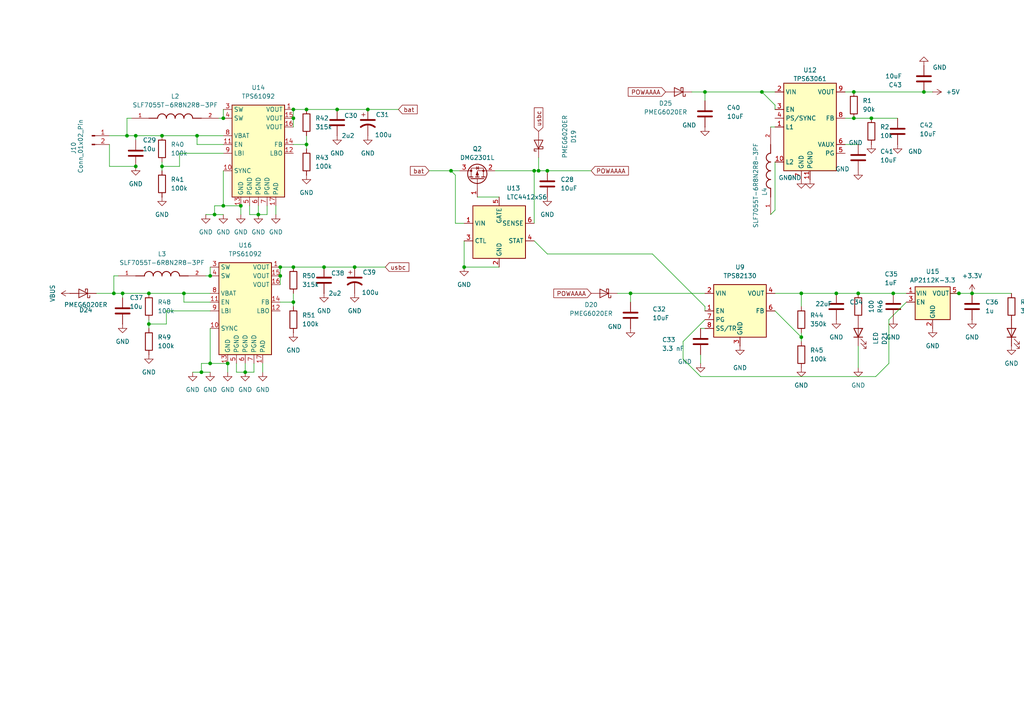
<source format=kicad_sch>
(kicad_sch (version 20250114) (generator "eeschema") (generator_version "9.0")
  (paper "A4")
  (lib_symbols
    (symbol "Connector:Conn_01x02_Pin" (pin_names (offset 1.016) (hide yes))
      (property "Reference" "J" (at 0 2.54 0))
      (property "Value" "Conn_01x02_Pin" (at 0 -5.08 0))
      (symbol "Conn_01x02_Pin_1_1"
        (rectangle (start 0.8636 0.127) (end 0 -0.127) (stroke (width 0.1524)) (fill (type outline)))
        (rectangle (start 0.8636 -2.413) (end 0 -2.667) (stroke (width 0.1524)) (fill (type outline)))
        (polyline (pts (xy 1.27 0) (xy 0.8636 0)) (stroke (width 0.1524)))
        (polyline (pts (xy 1.27 -2.54) (xy 0.8636 -2.54)) (stroke (width 0.1524)))
        (pin passive line (at 5.08 0 180) (length 3.81) (name "Pin_1") (number "1"))
        (pin passive line (at 5.08 -2.54 180) (length 3.81) (name "Pin_2") (number "2"))
      )
    )
    (symbol "Device:C" (pin_numbers (hide yes)) (pin_names (offset 0.254))
      (property "Reference" "C" (at 0.635 2.54 0))
      (property "Value" "C" (at 0.635 -2.54 0))
      (symbol "C_0_1"
        (polyline (pts (xy -2.032 0.762) (xy 2.032 0.762)) (stroke (width 0.508)))
        (polyline (pts (xy -2.032 -0.762) (xy 2.032 -0.762)) (stroke (width 0.508)))
      )
      (symbol "C_1_1"
        (pin passive line (at 0 3.81 270) (length 2.794) (name "~") (number "1"))
        (pin passive line (at 0 -3.81 90) (length 2.794) (name "~") (number "2"))
      )
    )
    (symbol "Device:C_Polarized_US" (pin_numbers (hide yes)) (pin_names (offset 0.254) (hide yes))
      (property "Reference" "C" (at 0.635 2.54 0))
      (property "Value" "C_Polarized_US" (at 0.635 -2.54 0))
      (symbol "C_Polarized_US_0_1"
        (polyline (pts (xy -2.032 0.762) (xy 2.032 0.762)) (stroke (width 0.508)))
        (polyline (pts (xy -1.778 2.286) (xy -0.762 2.286)))
        (polyline (pts (xy -1.27 1.778) (xy -1.27 2.794)))
        (arc (start -2.032 -1.27) (mid 0 -0.5572) (end 2.032 -1.27) (stroke (width 0.508)))
      )
      (symbol "C_Polarized_US_1_1"
        (pin passive line (at 0 3.81 270) (length 2.794) (name "~") (number "1"))
        (pin passive line (at 0 -3.81 90) (length 3.302) (name "~") (number "2"))
      )
    )
    (symbol "Device:LED" (pin_numbers (hide yes)) (pin_names (offset 1.016) (hide yes))
      (property "Reference" "D" (at 0 2.54 0))
      (property "Value" "LED" (at 0 -2.54 0))
      (symbol "LED_0_1"
        (polyline (pts (xy -3.048 -0.762) (xy -4.572 -2.286) (xy -3.81 -2.286) (xy -4.572 -2.286) (xy -4.572 -1.524)))
        (polyline (pts (xy -1.778 -0.762) (xy -3.302 -2.286) (xy -2.54 -2.286) (xy -3.302 -2.286) (xy -3.302 -1.524)))
        (polyline (pts (xy -1.27 0) (xy 1.27 0)))
        (polyline (pts (xy -1.27 -1.27) (xy -1.27 1.27)) (stroke (width 0.254)))
        (polyline (pts (xy 1.27 -1.27) (xy 1.27 1.27) (xy -1.27 0) (xy 1.27 -1.27)) (stroke (width 0.254)))
      )
      (symbol "LED_1_1"
        (pin passive line (at -3.81 0 0) (length 2.54) (name "K") (number "1"))
        (pin passive line (at 3.81 0 180) (length 2.54) (name "A") (number "2"))
      )
    )
    (symbol "Device:R" (pin_numbers (hide yes)) (pin_names (offset 0))
      (property "Reference" "R" (at 2.032 0 90))
      (property "Value" "R" (at 0 0 90))
      (symbol "R_0_1"
        (rectangle (start -1.016 -2.54) (end 1.016 2.54) (stroke (width 0.254)))
      )
      (symbol "R_1_1"
        (pin passive line (at 0 3.81 270) (length 1.27) (name "~") (number "1"))
        (pin passive line (at 0 -3.81 90) (length 1.27) (name "~") (number "2"))
      )
    )
    (symbol "Diode:PMEG6020ER" (pin_numbers (hide yes)) (pin_names (hide yes))
      (property "Reference" "D" (at 0 2.54 0))
      (property "Value" "PMEG6020ER" (at 0 -2.54 0))
      (symbol "PMEG6020ER_0_1"
        (polyline (pts (xy -1.905 0.635) (xy -1.905 1.27) (xy -1.27 1.27) (xy -1.27 -1.27) (xy -0.635 -1.27) (xy -0.635 -0.635)) (stroke (width 0.2032)))
        (polyline (pts (xy 1.27 1.27) (xy 1.27 -1.27) (xy -1.27 0) (xy 1.27 1.27)) (stroke (width 0.2032)))
        (polyline (pts (xy 1.27 0) (xy -1.27 0)))
      )
      (symbol "PMEG6020ER_1_1"
        (pin passive line (at -3.81 0 0) (length 2.54) (name "K") (number "1"))
        (pin passive line (at 3.81 0 180) (length 2.54) (name "A") (number "2"))
      )
    )
    (symbol "Power_Management:LTC4412xS6"
      (property "Reference" "U" (at -6.35 8.89 0))
      (property "Value" "LTC4412xS6" (at 6.35 8.89 0))
      (symbol "LTC4412xS6_0_1"
        (rectangle (start -7.62 7.62) (end 7.62 -7.62) (stroke (width 0.254)) (fill (type background)))
      )
      (symbol "LTC4412xS6_1_1"
        (pin power_in line (at -10.16 2.54 0) (length 2.54) (name "VIN") (number "1"))
        (pin input line (at -10.16 -2.54 0) (length 2.54) (name "CTL") (number "3"))
        (pin output line (at 0 10.16 270) (length 2.54) (name "GATE") (number "5"))
        (pin power_in line (at 0 -10.16 90) (length 2.54) (name "GND") (number "2"))
        (pin input line (at 10.16 2.54 180) (length 2.54) (name "SENSE") (number "6"))
        (pin open_collector line (at 10.16 -2.54 180) (length 2.54) (name "STAT") (number "4"))
      )
    )
    (symbol "Regulator_Linear:AP2112K-3.3" (pin_names (offset 0.254))
      (property "Reference" "U" (at -5.08 5.715 0))
      (property "Value" "AP2112K-3.3" (at 0 5.715 0))
      (symbol "AP2112K-3.3_0_1"
        (rectangle (start -5.08 4.445) (end 5.08 -5.08) (stroke (width 0.254)) (fill (type background)))
      )
      (symbol "AP2112K-3.3_1_1"
        (pin power_in line (at -7.62 2.54 0) (length 2.54) (name "VIN") (number "1"))
        (pin input line (at -7.62 0 0) (length 2.54) (name "EN") (number "3"))
        (pin power_in line (at 0 -7.62 90) (length 2.54) (name "GND") (number "2"))
        (pin no_connect line (at 5.08 0 180) (length 2.54) (hide yes) (name "NC") (number "4"))
        (pin power_out line (at 7.62 2.54 180) (length 2.54) (name "VOUT") (number "5"))
      )
    )
    (symbol "Regulator_Switching:TPS61092"
      (property "Reference" "U" (at -7.62 15.24 0))
      (property "Value" "TPS61092" (at 1.27 15.24 0))
      (symbol "TPS61092_0_0"
        (pin passive line (at -10.16 12.7 0) (length 2.54) (name "SW") (number "3"))
        (pin passive line (at -10.16 10.16 0) (length 2.54) (name "SW") (number "4"))
        (pin power_in line (at -10.16 5.08 0) (length 2.54) (name "VBAT") (number "8"))
        (pin input line (at -10.16 2.54 0) (length 2.54) (name "EN") (number "11"))
        (pin input line (at -10.16 0 0) (length 2.54) (name "LBI") (number "9"))
        (pin input line (at -10.16 -5.08 0) (length 2.54) (name "SYNC") (number "10"))
        (pin power_in line (at -5.08 -15.24 90) (length 2.54) (name "GND") (number "13"))
        (pin power_in line (at -2.54 -15.24 90) (length 2.54) (name "PGND") (number "5"))
        (pin power_in line (at 0 -15.24 90) (length 2.54) (name "PGND") (number "6"))
        (pin power_in line (at 2.54 -15.24 90) (length 2.54) (name "PGND") (number "7"))
        (pin power_in line (at 5.08 -15.24 90) (length 2.54) (name "PAD") (number "17"))
        (pin power_out line (at 10.16 12.7 180) (length 2.54) (name "VOUT") (number "1"))
        (pin passive line (at 10.16 10.16 180) (length 2.54) (name "VOUT") (number "15"))
        (pin passive line (at 10.16 7.62 180) (length 2.54) (name "VOUT") (number "16"))
        (pin input line (at 10.16 2.54 180) (length 2.54) (name "FB") (number "14"))
        (pin open_collector line (at 10.16 0 180) (length 2.54) (name "LBO") (number "12"))
        (pin no_connect line (at 10.16 -5.08 180) (length 2.54) (hide yes) (name "NC") (number "2"))
      )
      (symbol "TPS61092_0_1"
        (rectangle (start -7.62 13.97) (end 7.62 -12.7) (stroke (width 0.254)) (fill (type background)))
      )
    )
    (symbol "Regulator_Switching:TPS63061"
      (property "Reference" "U" (at -7.62 13.97 0))
      (property "Value" "TPS63061" (at 2.54 13.97 0))
      (symbol "TPS63061_0_1"
        (rectangle (start -7.62 12.7) (end 7.62 -12.7) (stroke (width 0.254)) (fill (type background)))
      )
      (symbol "TPS63061_1_1"
        (pin power_in line (at -10.16 10.16 0) (length 2.54) (name "VIN") (number "2"))
        (pin input line (at -10.16 5.08 0) (length 2.54) (name "EN") (number "3"))
        (pin input line (at -10.16 2.54 0) (length 2.54) (name "PS/SYNC") (number "4"))
        (pin input line (at -10.16 0 0) (length 2.54) (name "L1") (number "1"))
        (pin input line (at -10.16 -10.16 0) (length 2.54) (name "L2") (number "10"))
        (pin power_in line (at -2.54 -15.24 90) (length 2.54) (name "GND") (number "7"))
        (pin power_in line (at 0 -15.24 90) (length 2.54) (name "PGND") (number "11"))
        (pin power_out line (at 10.16 10.16 180) (length 2.54) (name "VOUT") (number "9"))
        (pin input line (at 10.16 2.54 180) (length 2.54) (name "FB") (number "8"))
        (pin passive line (at 10.16 -5.08 180) (length 2.54) (name "VAUX") (number "6"))
        (pin output line (at 10.16 -7.62 180) (length 2.54) (name "PG") (number "5"))
      )
    )
    (symbol "Regulator_Switching:TPS82130"
      (property "Reference" "U" (at 1.27 11.43 0))
      (property "Value" "TPS82130" (at 5.08 8.89 0))
      (symbol "TPS82130_0_1"
        (rectangle (start -7.62 7.62) (end 7.62 -7.62) (stroke (width 0.254)) (fill (type background)))
      )
      (symbol "TPS82130_1_1"
        (pin power_in line (at -10.16 5.08 0) (length 2.54) (name "VIN") (number "2"))
        (pin input line (at -10.16 0 0) (length 2.54) (name "EN") (number "1"))
        (pin open_collector line (at -10.16 -2.54 0) (length 2.54) (name "PG") (number "7"))
        (pin input line (at -10.16 -5.08 0) (length 2.54) (name "SS/TR") (number "8"))
        (pin power_in line (at 0 -10.16 90) (length 2.54) (name "GND") (number "3"))
        (pin passive line (at 0 -10.16 90) (length 2.54) (hide yes) (name "GND") (number "9"))
        (pin power_out line (at 10.16 5.08 180) (length 2.54) (name "VOUT") (number "4"))
        (pin passive line (at 10.16 5.08 180) (length 2.54) (hide yes) (name "VOUT") (number "5"))
        (pin input line (at 10.16 0 180) (length 2.54) (name "FB") (number "6"))
      )
    )
    (symbol "SLF7055T-6R8N2R8-3PF[1]:SLF7055T-6R8N2R8-3PF" (pin_names (offset 1.016))
      (property "Reference" "L" (at -10.16 5.08 0))
      (property "Value" "SLF7055T-6R8N2R8-3PF" (at -10.16 -5.08 0))
      (symbol "SLF7055T-6R8N2R8-3PF_0_0"
        (polyline (pts (xy -5.08 0) (xy -7.62 0)) (stroke (width 0.254)))
        (arc (start -5.08 0) (mid -3.81 1.2645) (end -2.54 0) (stroke (width 0.254)))
        (arc (start -2.54 0) (mid -1.27 1.2645) (end 0 0) (stroke (width 0.254)))
        (arc (start 0 0) (mid 1.27 1.2645) (end 2.54 0) (stroke (width 0.254)))
        (arc (start 2.54 0) (mid 3.81 1.2645) (end 5.08 0) (stroke (width 0.254)))
        (polyline (pts (xy 5.08 0) (xy 7.62 0)) (stroke (width 0.254)))
        (pin passive line (at -12.7 0 0) (length 5.08) (name "~") (number "1"))
        (pin passive line (at 12.7 0 180) (length 5.08) (name "~") (number "2"))
      )
    )
    (symbol "Transistor_FET:DMG2301L" (pin_names (hide yes))
      (property "Reference" "Q" (at 5.08 1.905 0))
      (property "Value" "DMG2301L" (at 5.08 0 0))
      (symbol "DMG2301L_0_1"
        (polyline (pts (xy 0.254 1.905) (xy 0.254 -1.905)) (stroke (width 0.254)))
        (polyline (pts (xy 0.254 0) (xy -2.54 0)))
        (polyline (pts (xy 0.762 2.286) (xy 0.762 1.27)) (stroke (width 0.254)))
        (polyline (pts (xy 0.762 1.778) (xy 3.302 1.778) (xy 3.302 -1.778) (xy 0.762 -1.778)))
        (polyline (pts (xy 0.762 0.508) (xy 0.762 -0.508)) (stroke (width 0.254)))
        (polyline (pts (xy 0.762 -1.27) (xy 0.762 -2.286)) (stroke (width 0.254)))
        (circle (center 1.651 0) (radius 2.794) (stroke (width 0.254)))
        (polyline (pts (xy 2.286 0) (xy 1.27 0.381) (xy 1.27 -0.381) (xy 2.286 0)) (fill (type outline)))
        (polyline (pts (xy 2.54 2.54) (xy 2.54 1.778)))
        (circle (center 2.54 1.778) (radius 0.254) (fill (type outline)))
        (circle (center 2.54 -1.778) (radius 0.254) (fill (type outline)))
        (polyline (pts (xy 2.54 -2.54) (xy 2.54 0) (xy 0.762 0)))
        (polyline (pts (xy 2.794 -0.508) (xy 2.921 -0.381) (xy 3.683 -0.381) (xy 3.81 -0.254)))
        (polyline (pts (xy 3.302 -0.381) (xy 2.921 0.254) (xy 3.683 0.254) (xy 3.302 -0.381)))
      )
      (symbol "DMG2301L_1_1"
        (pin input line (at -5.08 0 0) (length 2.54) (name "G") (number "1"))
        (pin passive line (at 2.54 5.08 270) (length 2.54) (name "D") (number "3"))
        (pin passive line (at 2.54 -5.08 90) (length 2.54) (name "S") (number "2"))
      )
    )
    (symbol "power:+3.3V" (power) (pin_numbers (hide yes)) (pin_names (offset 0) (hide yes))
      (property "Value" "+3.3V" (at 0 3.556 0))
      (symbol "+3.3V_0_1"
        (polyline (pts (xy -0.762 1.27) (xy 0 2.54)))
        (polyline (pts (xy 0 2.54) (xy 0.762 1.27)))
        (polyline (pts (xy 0 0) (xy 0 2.54)))
      )
      (symbol "+3.3V_1_1"
        (pin power_in line (at 0 0 90) (length 0) (name "~") (number "1"))
      )
    )
    (symbol "power:+5V" (power) (pin_numbers (hide yes)) (pin_names (offset 0) (hide yes))
      (property "Value" "+5V" (at 0 3.556 0))
      (symbol "+5V_0_1"
        (polyline (pts (xy -0.762 1.27) (xy 0 2.54)))
        (polyline (pts (xy 0 2.54) (xy 0.762 1.27)))
        (polyline (pts (xy 0 0) (xy 0 2.54)))
      )
      (symbol "+5V_1_1"
        (pin power_in line (at 0 0 90) (length 0) (name "~") (number "1"))
      )
    )
    (symbol "power:GND" (power) (pin_numbers (hide yes)) (pin_names (offset 0) (hide yes))
      (property "Value" "GND" (at 0 -3.81 0))
      (symbol "GND_0_1"
        (polyline (pts (xy 0 0) (xy 0 -1.27) (xy 1.27 -1.27) (xy 0 -2.54) (xy -1.27 -1.27) (xy 0 -1.27)))
      )
      (symbol "GND_1_1"
        (pin power_in line (at 0 0 270) (length 0) (name "~") (number "1"))
      )
    )
    (symbol "power:VBUS" (power) (pin_numbers (hide yes)) (pin_names (offset 0) (hide yes))
      (property "Value" "VBUS" (at 0 3.556 0))
      (symbol "VBUS_0_1"
        (polyline (pts (xy -0.762 1.27) (xy 0 2.54)))
        (polyline (pts (xy 0 2.54) (xy 0.762 1.27)))
        (polyline (pts (xy 0 0) (xy 0 2.54)))
      )
      (symbol "VBUS_1_1"
        (pin power_in line (at 0 0 90) (length 0) (name "~") (number "1"))
      )
    )
  )
  (junction (at 97.79 31.75))
  (junction (at 46.99 48.26))
  (junction (at 232.41 85.09))
  (junction (at 36.83 39.37))
  (junction (at 66.04 105.41))
  (junction (at 33.02 85.09))
  (junction (at 134.62 77.47))
  (junction (at 242.57 85.09))
  (junction (at 106.68 31.75))
  (junction (at 252.73 34.29))
  (junction (at 85.09 31.75))
  (junction (at 71.12 107.95))
  (junction (at 35.56 85.09))
  (junction (at 60.96 105.41))
  (junction (at 220.98 26.67))
  (junction (at 60.96 80.01))
  (junction (at 247.65 26.67))
  (junction (at 62.23 62.23))
  (junction (at 46.99 39.37))
  (junction (at 248.92 85.09))
  (junction (at 39.37 39.37))
  (junction (at 93.98 77.47))
  (junction (at 88.9 31.75))
  (junction (at 130.81 49.53))
  (junction (at 74.93 62.23))
  (junction (at 267.97 26.67))
  (junction (at 204.47 26.67))
  (junction (at 278.13 85.09))
  (junction (at 88.9 41.91))
  (junction (at 69.85 59.69))
  (junction (at 259.08 85.09))
  (junction (at 57.15 39.37))
  (junction (at 53.34 85.09))
  (junction (at 158.75 49.53))
  (junction (at 85.09 87.63))
  (junction (at 247.65 34.29))
  (junction (at 85.09 34.29))
  (junction (at 232.41 97.79))
  (junction (at 64.77 59.69))
  (junction (at 281.94 85.09))
  (junction (at 81.28 80.01))
  (junction (at 182.88 85.09))
  (junction (at 154.94 49.53))
  (junction (at 39.37 48.26))
  (junction (at 43.18 93.98))
  (junction (at 64.77 34.29))
  (junction (at 102.87 77.47))
  (junction (at 81.28 77.47))
  (junction (at 43.18 85.09))
  (junction (at 85.09 77.47))
  (junction (at 156.21 49.53))
  (junction (at 58.42 107.95))
  (wire (pts (xy 224.79 31.75) (xy 224.79 30.48)))
  (wire (pts (xy 80.01 62.23) (xy 80.01 59.69)))
  (wire (pts (xy 267.97 26.67) (xy 270.51 26.67)))
  (wire (pts (xy 232.41 88.9) (xy 232.41 85.09)))
  (wire (pts (xy 39.37 39.37) (xy 46.99 39.37)))
  (wire (pts (xy 232.41 85.09) (xy 242.57 85.09)))
  (wire (pts (xy 198.12 99.06) (xy 198.12 104.14)))
  (wire (pts (xy 179.07 85.09) (xy 182.88 85.09)))
  (wire (pts (xy 182.88 87.63) (xy 182.88 85.09)))
  (wire (pts (xy 204.47 92.71) (xy 198.12 99.06)))
  (wire (pts (xy 224.79 30.48) (xy 220.98 26.67)))
  (wire (pts (xy 27.94 85.09) (xy 33.02 85.09)))
  (wire (pts (xy 62.23 59.69) (xy 64.77 59.69)))
  (wire (pts (xy 204.47 88.9) (xy 189.23 73.66)))
  (wire (pts (xy 224.79 85.09) (xy 232.41 85.09)))
  (wire (pts (xy 71.12 107.95) (xy 73.66 107.95)))
  (wire (pts (xy 36.83 34.29) (xy 36.83 39.37)))
  (wire (pts (xy 275.59 85.09) (xy 278.13 85.09)))
  (wire (pts (xy 58.42 107.95) (xy 60.96 107.95)))
  (wire (pts (xy 189.23 73.66) (xy 158.75 73.66)))
  (wire (pts (xy 88.9 43.18) (xy 88.9 41.91)))
  (wire (pts (xy 138.43 57.15) (xy 144.78 57.15)))
  (wire (pts (xy 52.07 44.45) (xy 52.07 48.26)))
  (wire (pts (xy 204.47 29.21) (xy 204.47 26.67)))
  (wire (pts (xy 242.57 85.09) (xy 248.92 85.09)))
  (wire (pts (xy 134.62 77.47) (xy 144.78 77.47)))
  (wire (pts (xy 245.11 34.29) (xy 247.65 34.29)))
  (wire (pts (xy 203.2 95.25) (xy 204.47 95.25)))
  (wire (pts (xy 204.47 90.17) (xy 204.47 88.9)))
  (wire (pts (xy 77.47 62.23) (xy 77.47 59.69)))
  (wire (pts (xy 53.34 85.09) (xy 60.96 85.09)))
  (wire (pts (xy 106.68 31.75) (xy 115.57 31.75)))
  (wire (pts (xy 64.77 59.69) (xy 69.85 59.69)))
  (wire (pts (xy 58.42 105.41) (xy 60.96 105.41)))
  (wire (pts (xy 252.73 34.29) (xy 260.35 34.29)))
  (wire (pts (xy 203.2 102.87) (xy 203.2 105.41)))
  (wire (pts (xy 85.09 34.29) (xy 85.09 36.83)))
  (wire (pts (xy 281.94 85.09) (xy 293.37 85.09)))
  (wire (pts (xy 31.75 41.91) (xy 31.75 48.26)))
  (wire (pts (xy 247.65 26.67) (xy 267.97 26.67)))
  (wire (pts (xy 58.42 105.41) (xy 58.42 107.95)))
  (wire (pts (xy 81.28 80.01) (xy 81.28 82.55)))
  (wire (pts (xy 97.79 31.75) (xy 88.9 31.75)))
  (wire (pts (xy 220.98 26.67) (xy 224.79 26.67)))
  (wire (pts (xy 64.77 49.53) (xy 64.77 59.69)))
  (wire (pts (xy 132.08 64.77) (xy 134.62 64.77)))
  (wire (pts (xy 33.02 80.01) (xy 33.02 85.09)))
  (wire (pts (xy 124.46 49.53) (xy 130.81 49.53)))
  (wire (pts (xy 39.37 39.37) (xy 39.37 40.64)))
  (wire (pts (xy 59.69 62.23) (xy 62.23 62.23)))
  (wire (pts (xy 257.81 105.41) (xy 257.81 92.71)))
  (wire (pts (xy 88.9 41.91) (xy 88.9 39.37)))
  (wire (pts (xy 43.18 85.09) (xy 53.34 85.09)))
  (wire (pts (xy 59.69 80.01) (xy 60.96 80.01)))
  (wire (pts (xy 43.18 93.98) (xy 48.26 93.98)))
  (wire (pts (xy 130.81 49.53) (xy 133.35 49.53)))
  (wire (pts (xy 69.85 62.23) (xy 69.85 59.69)))
  (wire (pts (xy 198.12 104.14) (xy 203.2 109.22)))
  (wire (pts (xy 257.81 92.71) (xy 262.89 87.63)))
  (wire (pts (xy 232.41 96.52) (xy 232.41 97.79)))
  (wire (pts (xy 88.9 31.75) (xy 85.09 31.75)))
  (wire (pts (xy 106.68 31.75) (xy 97.79 31.75)))
  (wire (pts (xy 254 109.22) (xy 257.81 105.41)))
  (wire (pts (xy 134.62 77.47) (xy 134.62 69.85)))
  (wire (pts (xy 64.77 31.75) (xy 64.77 34.29)))
  (wire (pts (xy 55.88 107.95) (xy 58.42 107.95)))
  (wire (pts (xy 248.92 100.33) (xy 248.92 106.68)))
  (wire (pts (xy 31.75 39.37) (xy 36.83 39.37)))
  (wire (pts (xy 36.83 39.37) (xy 39.37 39.37)))
  (wire (pts (xy 68.58 105.41) (xy 68.58 107.95)))
  (wire (pts (xy 60.96 77.47) (xy 60.96 80.01)))
  (wire (pts (xy 248.92 85.09) (xy 259.08 85.09)))
  (wire (pts (xy 182.88 85.09) (xy 204.47 85.09)))
  (wire (pts (xy 46.99 49.53) (xy 46.99 48.26)))
  (wire (pts (xy 76.2 107.95) (xy 76.2 105.41)))
  (wire (pts (xy 143.51 49.53) (xy 154.94 49.53)))
  (wire (pts (xy 31.75 48.26) (xy 39.37 48.26)))
  (wire (pts (xy 48.26 90.17) (xy 48.26 93.98)))
  (wire (pts (xy 278.13 85.09) (xy 281.94 85.09)))
  (wire (pts (xy 74.93 59.69) (xy 74.93 62.23)))
  (wire (pts (xy 73.66 107.95) (xy 73.66 105.41)))
  (wire (pts (xy 81.28 77.47) (xy 81.28 80.01)))
  (wire (pts (xy 57.15 39.37) (xy 64.77 39.37)))
  (wire (pts (xy 43.18 93.98) (xy 43.18 92.71)))
  (wire (pts (xy 46.99 48.26) (xy 46.99 46.99)))
  (wire (pts (xy 232.41 99.06) (xy 232.41 97.79)))
  (wire (pts (xy 245.11 41.91) (xy 248.92 41.91)))
  (wire (pts (xy 224.79 46.99) (xy 224.79 60.96)))
  (wire (pts (xy 259.08 85.09) (xy 262.89 85.09)))
  (wire (pts (xy 85.09 77.47) (xy 81.28 77.47)))
  (wire (pts (xy 158.75 73.66) (xy 154.94 69.85)))
  (wire (pts (xy 74.93 62.23) (xy 77.47 62.23)))
  (wire (pts (xy 57.15 41.91) (xy 64.77 41.91)))
  (wire (pts (xy 245.11 26.67) (xy 247.65 26.67)))
  (wire (pts (xy 224.79 90.17) (xy 232.41 97.79)))
  (wire (pts (xy 36.83 34.29) (xy 38.1 34.29)))
  (wire (pts (xy 53.34 87.63) (xy 60.96 87.63)))
  (wire (pts (xy 158.75 49.53) (xy 171.45 49.53)))
  (wire (pts (xy 60.96 95.25) (xy 60.96 105.41)))
  (wire (pts (xy 132.08 50.8) (xy 130.81 49.53)))
  (wire (pts (xy 62.23 59.69) (xy 62.23 62.23)))
  (wire (pts (xy 81.28 87.63) (xy 85.09 87.63)))
  (wire (pts (xy 247.65 34.29) (xy 252.73 34.29)))
  (wire (pts (xy 62.23 62.23) (xy 64.77 62.23)))
  (wire (pts (xy 64.77 44.45) (xy 52.07 44.45)))
  (wire (pts (xy 204.47 26.67) (xy 220.98 26.67)))
  (wire (pts (xy 102.87 77.47) (xy 93.98 77.47)))
  (wire (pts (xy 71.12 105.41) (xy 71.12 107.95)))
  (wire (pts (xy 224.79 60.96) (xy 223.52 62.23)))
  (wire (pts (xy 43.18 95.25) (xy 43.18 93.98)))
  (wire (pts (xy 63.5 34.29) (xy 64.77 34.29)))
  (wire (pts (xy 85.09 41.91) (xy 88.9 41.91)))
  (wire (pts (xy 203.2 109.22) (xy 254 109.22)))
  (wire (pts (xy 68.58 107.95) (xy 71.12 107.95)))
  (wire (pts (xy 223.52 36.83) (xy 224.79 36.83)))
  (wire (pts (xy 72.39 59.69) (xy 72.39 62.23)))
  (wire (pts (xy 46.99 48.26) (xy 52.07 48.26)))
  (wire (pts (xy 60.96 105.41) (xy 66.04 105.41)))
  (wire (pts (xy 85.09 31.75) (xy 85.09 34.29)))
  (wire (pts (xy 200.66 26.67) (xy 204.47 26.67)))
  (wire (pts (xy 93.98 77.47) (xy 85.09 77.47)))
  (wire (pts (xy 154.94 49.53) (xy 156.21 49.53)))
  (wire (pts (xy 72.39 62.23) (xy 74.93 62.23)))
  (wire (pts (xy 33.02 85.09) (xy 35.56 85.09)))
  (wire (pts (xy 66.04 107.95) (xy 66.04 105.41)))
  (wire (pts (xy 85.09 87.63) (xy 85.09 85.09)))
  (wire (pts (xy 156.21 45.72) (xy 156.21 49.53)))
  (wire (pts (xy 46.99 39.37) (xy 57.15 39.37)))
  (wire (pts (xy 156.21 49.53) (xy 158.75 49.53)))
  (wire (pts (xy 35.56 85.09) (xy 43.18 85.09)))
  (wire (pts (xy 102.87 77.47) (xy 111.76 77.47)))
  (wire (pts (xy 33.02 80.01) (xy 34.29 80.01)))
  (wire (pts (xy 85.09 88.9) (xy 85.09 87.63)))
  (wire (pts (xy 60.96 90.17) (xy 48.26 90.17)))
  (wire (pts (xy 132.08 64.77) (xy 132.08 50.8)))
  (wire (pts (xy 53.34 85.09) (xy 53.34 87.63)))
  (wire (pts (xy 35.56 85.09) (xy 35.56 86.36)))
  (wire (pts (xy 57.15 39.37) (xy 57.15 41.91)))
  (wire (pts (xy 154.94 49.53) (xy 154.94 64.77)))
  (global_label "bat" (shape input) (at 124.46 49.53 180) (property "Intersheetrefs" "${INTERSHEET_REFS}" (effects (hide yes))))
  (global_label "POWAAAA" (shape input) (at 193.04 26.67 180) (property "Intersheetrefs" "${INTERSHEET_REFS}" (effects (hide yes))))
  (global_label "POWAAAA" (shape input) (at 171.45 85.09 180) (property "Intersheetrefs" "${INTERSHEET_REFS}" (effects (hide yes))))
  (global_label "usbc" (shape input) (at 156.21 38.1 90) (property "Intersheetrefs" "${INTERSHEET_REFS}" (effects (hide yes))))
  (global_label "POWAAAA" (shape input) (at 171.45 49.53 0) (property "Intersheetrefs" "${INTERSHEET_REFS}" (effects (hide yes))))
  (global_label "bat" (shape input) (at 115.57 31.75 0) (property "Intersheetrefs" "${INTERSHEET_REFS}" (effects (hide yes))))
  (global_label "usbc" (shape input) (at 111.76 77.47 0) (property "Intersheetrefs" "${INTERSHEET_REFS}" (effects (hide yes))))
  (symbol (lib_id "Regulator_Linear:AP2112K-3.3") (at 270.51 87.63 0) (unit 1)
    (property "Reference" "U15" (at 270.51 78.74 0))
    (property "Value" "AP2112K-3.3" (at 270.51 81.28 0))
    (property "Footprint" "Package_TO_SOT_SMD:SOT-23-5" (effects (hide yes)))
    (property "Datasheet" "https://www.diodes.com/assets/Datasheets/AP2112.pdf" (effects (hide yes)))
    (property "Description" "600mA low dropout linear regulator, with enable pin, 3.8V-6V input voltage range, 3.3V fixed positive output, SOT-23-5" (effects (hide yes)))
  )
  (symbol (lib_id "Device:C_Polarized_US") (at 102.87 81.28 0) (unit 1)
    (property "Reference" "C39" (at 105.156 78.994 0) (effects (justify left)))
    (property "Value" "100u" (at 104.902 84.836 0) (effects (justify left)))
    (property "Footprint" "Capacitor_THT:CP_Radial_D4.0mm_P2.00mm" (effects (hide yes)))
    (property "Description" "Polarized capacitor, US symbol" (effects (hide yes)))
  )
  (symbol (lib_id "power:GND") (at 182.88 95.25 0) (unit 1)
    (property "Reference" "#PWR0143" (effects (hide yes)))
    (property "Value" "GND" (at 178.308 94.742 0))
    (property "Description" "Power symbol creates a global label with name \"GND\" , ground" (effects (hide yes)))
  )
  (symbol (lib_id "power:GND") (at 204.47 36.83 0) (unit 1)
    (property "Reference" "#PWR0147" (effects (hide yes)))
    (property "Value" "GND" (at 199.898 36.322 0))
    (property "Description" "Power symbol creates a global label with name \"GND\" , ground" (effects (hide yes)))
  )
  (symbol (lib_id "Device:LED") (at 293.37 96.52 90) (unit 1)
    (property "Reference" "D22" (at 297.18 96.8374 90) (effects (justify right)))
    (property "Value" "LED" (at 297.18 99.3774 90) (effects (justify right)))
    (property "Footprint" "LED_SMD:LED_0201_0603Metric" (effects (hide yes)))
    (property "Description" "Light emitting diode" (effects (hide yes)))
    (property "Sim.Pins" "1=K 2=A" (effects (hide yes)))
  )
  (symbol (lib_id "Device:C") (at 158.75 53.34 0) (unit 1)
    (property "Reference" "C28" (at 162.56 52.0699 0) (effects (justify left)))
    (property "Value" "10uF" (at 162.56 54.6099 0) (effects (justify left)))
    (property "Footprint" "Capacitor_SMD:C_0603_1608Metric" (effects (hide yes)))
    (property "Description" "Unpolarized capacitor" (effects (hide yes)))
  )
  (symbol (lib_id "Device:R") (at 46.99 43.18 0) (unit 1)
    (property "Reference" "R40" (at 49.53 41.9099 0) (effects (justify left)))
    (property "Value" "100k" (at 49.53 44.4499 0) (effects (justify left)))
    (property "Footprint" "Resistor_SMD:R_0603_1608Metric" (effects (hide yes)))
    (property "Description" "Resistor" (effects (hide yes)))
  )
  (symbol (lib_id "Device:R") (at 252.73 38.1 0) (unit 1)
    (property "Reference" "R2" (at 255.27 36.8299 0) (effects (justify left)))
    (property "Value" "10k" (at 255.27 39.3699 0) (effects (justify left)))
    (property "Description" "Resistor" (effects (hide yes)))
  )
  (symbol (lib_id "power:GND") (at 69.85 62.23 0) (unit 1)
    (property "Reference" "#PWR0130" (effects (hide yes)))
    (property "Value" "GND" (at 69.85 67.31 0))
    (property "Description" "Power symbol creates a global label with name \"GND\" , ground" (effects (hide yes)))
  )
  (symbol (lib_id "power:GND") (at 59.69 62.23 0) (unit 1)
    (property "Reference" "#PWR039" (effects (hide yes)))
    (property "Value" "GND" (at 59.69 67.31 0))
    (property "Description" "Power symbol creates a global label with name \"GND\" , ground" (effects (hide yes)))
  )
  (symbol (lib_id "power:GND") (at 203.2 105.41 0) (unit 1)
    (property "Reference" "#PWR0201" (effects (hide yes)))
    (property "Value" "GND" (at 198.628 104.902 0))
    (property "Description" "Power symbol creates a global label with name \"GND\" , ground" (effects (hide yes)))
  )
  (symbol (lib_id "Device:C") (at 260.35 38.1 0) (unit 1)
    (property "Reference" "C42" (at 266.7 36.322 0) (effects (justify left)))
    (property "Value" "10uF" (at 266.7 38.862 0) (effects (justify left)))
    (property "Footprint" "Capacitor_SMD:C_0603_1608Metric" (effects (hide yes)))
    (property "Description" "Unpolarized capacitor" (effects (hide yes)))
  )
  (symbol (lib_id "Device:R") (at 232.41 102.87 0) (unit 1)
    (property "Reference" "R45" (at 234.95 101.5999 0) (effects (justify left)))
    (property "Value" "100k" (at 234.95 104.1399 0) (effects (justify left)))
    (property "Footprint" "Resistor_SMD:R_0603_1608Metric" (effects (hide yes)))
    (property "Description" "Resistor" (effects (hide yes)))
  )
  (symbol (lib_id "Device:R") (at 232.41 92.71 0) (unit 1)
    (property "Reference" "R44" (at 234.95 91.4399 0) (effects (justify left)))
    (property "Value" "350k" (at 234.95 93.9799 0) (effects (justify left)))
    (property "Footprint" "Resistor_SMD:R_0603_1608Metric" (effects (hide yes)))
    (property "Description" "Resistor" (effects (hide yes)))
  )
  (symbol (lib_id "power:VBUS") (at 20.32 85.09 90) (unit 1)
    (property "Reference" "#PWR0208" (effects (hide yes)))
    (property "Value" "VBUS" (at 15.24 85.09 0))
    (property "Description" "Power symbol creates a global label with name \"VBUS\"" (effects (hide yes)))
  )
  (symbol (lib_id "power:GND") (at 102.87 85.09 0) (unit 1)
    (property "Reference" "#PWR0146" (effects (hide yes)))
    (property "Value" "GND" (at 102.87 90.17 0))
    (property "Description" "Power symbol creates a global label with name \"GND\" , ground" (effects (hide yes)))
  )
  (symbol (lib_id "Power_Management:LTC4412xS6") (at 144.78 67.31 0) (unit 1)
    (property "Reference" "U13" (at 146.9233 54.61 0) (effects (justify left)))
    (property "Value" "LTC4412xS6" (at 146.9233 57.15 0) (effects (justify left)))
    (property "Footprint" "Package_TO_SOT_SMD:TSOT-23-6" (effects (hide yes)))
    (property "Datasheet" "https://www.analog.com/media/en/technical-documentation/data-sheets/4412fb.pdf" (effects (hide yes)))
    (property "Description" "Low Loss PowerPath Controller, TSOT-23-6" (effects (hide yes)))
  )
  (symbol (lib_id "Device:C") (at 93.98 81.28 0) (unit 1)
    (property "Reference" "C38" (at 96.012 79.248 0) (effects (justify left)))
    (property "Value" "2u2" (at 95.25 85.09 0) (effects (justify left)))
    (property "Footprint" "Capacitor_SMD:C_0603_1608Metric" (effects (hide yes)))
    (property "Description" "Unpolarized capacitor" (effects (hide yes)))
  )
  (symbol (lib_id "power:GND") (at 39.37 48.26 0) (unit 1)
    (property "Reference" "#PWR037" (effects (hide yes)))
    (property "Value" "GND" (at 39.37 53.34 0))
    (property "Description" "Power symbol creates a global label with name \"GND\" , ground" (effects (hide yes)))
  )
  (symbol (lib_id "Diode:PMEG6020ER") (at 24.13 85.09 180) (unit 1)
    (property "Reference" "D24" (at 24.892 89.916 0))
    (property "Value" "PMEG6020ER" (at 24.892 88.392 0))
    (property "Footprint" "Diode_SMD:Nexperia_CFP3_SOD-123W" (effects (hide yes)))
    (property "Datasheet" "https://assets.nexperia.com/documents/data-sheet/PMEG6020ER.pdf" (effects (hide yes)))
    (property "Description" "60V, 2A low Vf MEGA Schottky barrier rectifier, SOD-123W" (effects (hide yes)))
  )
  (symbol (lib_id "Device:R") (at 43.18 88.9 0) (unit 1)
    (property "Reference" "R48" (at 45.72 87.6299 0) (effects (justify left)))
    (property "Value" "100k" (at 45.72 90.1699 0) (effects (justify left)))
    (property "Footprint" "Resistor_SMD:R_0603_1608Metric" (effects (hide yes)))
    (property "Description" "Resistor" (effects (hide yes)))
  )
  (symbol (lib_id "power:+5V") (at 270.51 26.67 270) (unit 1)
    (property "Reference" "#PWR07" (effects (hide yes)))
    (property "Value" "+5V" (at 274.32 26.6699 90) (effects (justify left)))
    (property "Description" "Power symbol creates a global label with name \"+5V\"" (effects (hide yes)))
  )
  (symbol (lib_id "Device:R") (at 88.9 46.99 0) (unit 1)
    (property "Reference" "R43" (at 91.44 45.7199 0) (effects (justify left)))
    (property "Value" "100k" (at 91.44 48.2599 0) (effects (justify left)))
    (property "Footprint" "Resistor_SMD:R_0603_1608Metric" (effects (hide yes)))
    (property "Description" "Resistor" (effects (hide yes)))
  )
  (symbol (lib_id "Device:C") (at 267.97 22.86 180) (unit 1)
    (property "Reference" "C43" (at 261.62 24.638 0) (effects (justify left)))
    (property "Value" "10uF" (at 261.62 22.098 0) (effects (justify left)))
    (property "Footprint" "Capacitor_SMD:C_0603_1608Metric" (effects (hide yes)))
    (property "Description" "Unpolarized capacitor" (effects (hide yes)))
  )
  (symbol (lib_id "power:GND") (at 55.88 107.95 0) (unit 1)
    (property "Reference" "#PWR048" (effects (hide yes)))
    (property "Value" "GND" (at 55.88 113.03 0))
    (property "Description" "Power symbol creates a global label with name \"GND\" , ground" (effects (hide yes)))
  )
  (symbol (lib_id "power:GND") (at 134.62 77.47 0) (unit 1)
    (property "Reference" "#PWR035" (effects (hide yes)))
    (property "Value" "GND" (at 134.62 82.55 0))
    (property "Description" "Power symbol creates a global label with name \"GND\" , ground" (effects (hide yes)))
  )
  (symbol (lib_id "Device:C") (at 204.47 33.02 0) (unit 1)
    (property "Reference" "C40" (at 210.82 31.242 0) (effects (justify left)))
    (property "Value" "10uF" (at 210.82 33.782 0) (effects (justify left)))
    (property "Footprint" "Capacitor_SMD:C_0603_1608Metric" (effects (hide yes)))
    (property "Description" "Unpolarized capacitor" (effects (hide yes)))
  )
  (symbol (lib_id "power:GND") (at 97.79 39.37 0) (unit 1)
    (property "Reference" "#PWR0138" (effects (hide yes)))
    (property "Value" "GND" (at 97.79 44.45 0))
    (property "Description" "Power symbol creates a global label with name \"GND\" , ground" (effects (hide yes)))
  )
  (symbol (lib_id "Diode:PMEG6020ER") (at 175.26 85.09 180) (unit 1)
    (property "Reference" "D20" (at 171.45 88.392 0))
    (property "Value" "PMEG6020ER" (at 171.45 90.932 0))
    (property "Footprint" "Diode_SMD:Nexperia_CFP3_SOD-123W" (effects (hide yes)))
    (property "Datasheet" "https://assets.nexperia.com/documents/data-sheet/PMEG6020ER.pdf" (effects (hide yes)))
    (property "Description" "60V, 2A low Vf MEGA Schottky barrier rectifier, SOD-123W" (effects (hide yes)))
  )
  (symbol (lib_id "power:GND") (at 252.73 41.91 0) (unit 1)
    (property "Reference" "#PWR0151" (effects (hide yes)))
    (property "Value" "GND" (at 248.158 41.402 0))
    (property "Description" "Power symbol creates a global label with name \"GND\" , ground" (effects (hide yes)))
  )
  (symbol (lib_id "power:GND") (at 64.77 62.23 0) (unit 1)
    (property "Reference" "#PWR040" (effects (hide yes)))
    (property "Value" "GND" (at 64.77 67.31 0))
    (property "Description" "Power symbol creates a global label with name \"GND\" , ground" (effects (hide yes)))
  )
  (symbol (lib_id "power:GND") (at 259.08 92.71 0) (unit 1)
    (property "Reference" "#PWR043" (effects (hide yes)))
    (property "Value" "GND" (at 259.08 97.79 0))
    (property "Description" "Power symbol creates a global label with name \"GND\" , ground" (effects (hide yes)))
  )
  (symbol (lib_id "power:GND") (at 60.96 107.95 0) (unit 1)
    (property "Reference" "#PWR049" (effects (hide yes)))
    (property "Value" "GND" (at 60.96 113.03 0))
    (property "Description" "Power symbol creates a global label with name \"GND\" , ground" (effects (hide yes)))
  )
  (symbol (lib_id "power:GND") (at 106.68 39.37 0) (unit 1)
    (property "Reference" "#PWR0139" (effects (hide yes)))
    (property "Value" "GND" (at 106.68 44.45 0))
    (property "Description" "Power symbol creates a global label with name \"GND\" , ground" (effects (hide yes)))
  )
  (symbol (lib_id "power:GND") (at 80.01 62.23 0) (unit 1)
    (property "Reference" "#PWR0136" (effects (hide yes)))
    (property "Value" "GND" (at 80.01 67.31 0))
    (property "Description" "Power symbol creates a global label with name \"GND\" , ground" (effects (hide yes)))
  )
  (symbol (lib_id "power:GND") (at 267.97 19.05 180) (unit 1)
    (property "Reference" "#PWR0153" (effects (hide yes)))
    (property "Value" "GND" (at 272.542 19.558 0))
    (property "Description" "Power symbol creates a global label with name \"GND\" , ground" (effects (hide yes)))
  )
  (symbol (lib_id "Device:R") (at 85.09 81.28 0) (unit 1)
    (property "Reference" "R50" (at 87.63 80.0099 0) (effects (justify left)))
    (property "Value" "315k" (at 87.63 82.5499 0) (effects (justify left)))
    (property "Footprint" "Resistor_SMD:R_0603_1608Metric" (effects (hide yes)))
    (property "Description" "Resistor" (effects (hide yes)))
  )
  (symbol (lib_id "Device:R") (at 85.09 92.71 0) (unit 1)
    (property "Reference" "R51" (at 87.63 91.4399 0) (effects (justify left)))
    (property "Value" "100k" (at 87.63 93.9799 0) (effects (justify left)))
    (property "Footprint" "Resistor_SMD:R_0603_1608Metric" (effects (hide yes)))
    (property "Description" "Resistor" (effects (hide yes)))
  )
  (symbol (lib_id "SLF7055T-6R8N2R8-3PF[1]:SLF7055T-6R8N2R8-3PF") (at 50.8 34.29 0) (unit 1)
    (property "Reference" "L2" (at 50.8 27.94 0))
    (property "Value" "SLF7055T-6R8N2R8-3PF" (at 50.8 30.48 0))
    (property "Footprint" "Inductor_SMD:L_7.3x7.3_H4.5" (effects (hide yes)))
    (property "MF" "TDK" (effects (hide yes)))
    (property "MAXIMUM_PACKAGE_HEIGHT" "5.8 mm" (effects (hide yes)))
    (property "Package" "NON STANDARD-2 TDK" (effects (hide yes)))
    (property "Price" "None" (effects (hide yes)))
    (property "Check_prices" "https://www.snapeda.com/parts/SLF7055T-6R8N2R8-3PF/TDK/view-part/?ref=eda" (effects (hide yes)))
    (property "STANDARD" "Manufacturer Recommendations" (effects (hide yes)))
    (property "PARTREV" "N/A" (effects (hide yes)))
    (property "SnapEDA_Link" "https://www.snapeda.com/parts/SLF7055T-6R8N2R8-3PF/TDK/view-part/?ref=snap" (effects (hide yes)))
    (property "MP" "SLF7055T-6R8N2R8-3PF" (effects (hide yes)))
    (property "Description_1" "Inductor Power Shielded Wirewound 6.8uH 30% 100KHz Ferrite 2.8A 44.2mOhm DCR T/R" (effects (hide yes)))
    (property "Availability" "In Stock" (effects (hide yes)))
    (property "MANUFACTURER" "TDK" (effects (hide yes)))
  )
  (symbol (lib_id "power:GND") (at 293.37 100.33 0) (unit 1)
    (property "Reference" "#PWR0207" (effects (hide yes)))
    (property "Value" "GND" (at 293.37 105.41 0))
    (property "Description" "Power symbol creates a global label with name \"GND\" , ground" (effects (hide yes)))
  )
  (symbol (lib_id "Regulator_Switching:TPS61092") (at 74.93 44.45 0) (unit 1)
    (property "Reference" "U14" (at 74.93 25.4 0))
    (property "Value" "TPS61092" (at 74.93 27.94 0))
    (property "Footprint" "Package_DFN_QFN:Texas_RSA_VQFN-16-1EP_4x4mm_P0.65mm_EP2.7x2.7mm_ThermalVias" (effects (hide yes)))
    (property "Datasheet" "http://www.ti.com/lit/ds/symlink/tps61090.pdf" (effects (hide yes)))
    (property "Description" "2A Step-Up DC-DC Converter for Batteries, Isw up to 2500mA, 5V Output Voltage, QFN-16" (effects (hide yes)))
  )
  (symbol (lib_id "Device:C") (at 39.37 44.45 0) (unit 1)
    (property "Reference" "C29" (at 41.402 40.64 0) (effects (justify left)))
    (property "Value" "10u" (at 41.402 43.18 0) (effects (justify left)))
    (property "Footprint" "Capacitor_SMD:C_0603_1608Metric" (effects (hide yes)))
    (property "Description" "Unpolarized capacitor" (effects (hide yes)))
  )
  (symbol (lib_id "power:+3.3V") (at 281.94 85.09 0) (mirror y) (unit 1)
    (property "Reference" "#PWR0205" (effects (hide yes)))
    (property "Value" "+3.3V" (at 281.94 80.01 0))
    (property "Description" "Power symbol creates a global label with name \"+3.3V\"" (effects (hide yes)))
  )
  (symbol (lib_id "Regulator_Switching:TPS61092") (at 71.12 90.17 0) (unit 1)
    (property "Reference" "U16" (at 71.12 71.12 0))
    (property "Value" "TPS61092" (at 71.12 73.66 0))
    (property "Footprint" "Package_DFN_QFN:Texas_RSA_VQFN-16-1EP_4x4mm_P0.65mm_EP2.7x2.7mm_ThermalVias" (effects (hide yes)))
    (property "Datasheet" "http://www.ti.com/lit/ds/symlink/tps61090.pdf" (effects (hide yes)))
    (property "Description" "2A Step-Up DC-DC Converter for Batteries, Isw up to 2500mA, 5V Output Voltage, QFN-16" (effects (hide yes)))
  )
  (symbol (lib_id "Device:R") (at 293.37 88.9 0) (unit 1)
    (property "Reference" "R47" (at 295.91 87.6299 0) (effects (justify left)))
    (property "Value" "330" (at 295.91 90.1699 0) (effects (justify left)))
    (property "Footprint" "Resistor_SMD:R_0603_1608Metric" (effects (hide yes)))
    (property "Description" "Resistor" (effects (hide yes)))
  )
  (symbol (lib_id "Device:R") (at 247.65 30.48 0) (unit 1)
    (property "Reference" "R1" (at 250.19 29.2099 0) (effects (justify left)))
    (property "Value" "90k" (at 250.19 31.7499 0) (effects (justify left)))
    (property "Description" "Resistor" (effects (hide yes)))
  )
  (symbol (lib_id "SLF7055T-6R8N2R8-3PF[1]:SLF7055T-6R8N2R8-3PF") (at 223.52 49.53 90) (unit 1)
    (property "Reference" "L4" (at 221.742 54.356 0) (effects (justify right)))
    (property "Value" "SLF7055T-6R8N2R8-3PF" (at 219.202 41.402 0) (effects (justify right)))
    (property "Footprint" "Inductor_SMD:L_7.3x7.3_H4.5" (effects (hide yes)))
    (property "MF" "TDK" (effects (hide yes)))
    (property "MAXIMUM_PACKAGE_HEIGHT" "5.8 mm" (effects (hide yes)))
    (property "Package" "NON STANDARD-2 TDK" (effects (hide yes)))
    (property "Price" "None" (effects (hide yes)))
    (property "Check_prices" "https://www.snapeda.com/parts/SLF7055T-6R8N2R8-3PF/TDK/view-part/?ref=eda" (effects (hide yes)))
    (property "STANDARD" "Manufacturer Recommendations" (effects (hide yes)))
    (property "PARTREV" "N/A" (effects (hide yes)))
    (property "SnapEDA_Link" "https://www.snapeda.com/parts/SLF7055T-6R8N2R8-3PF/TDK/view-part/?ref=snap" (effects (hide yes)))
    (property "MP" "SLF7055T-6R8N2R8-3PF" (effects (hide yes)))
    (property "Description_1" "Inductor Power Shielded Wirewound 6.8uH 30% 100KHz Ferrite 2.8A 44.2mOhm DCR T/R" (effects (hide yes)))
    (property "Availability" "In Stock" (effects (hide yes)))
    (property "MANUFACTURER" "TDK" (effects (hide yes)))
  )
  (symbol (lib_id "Device:C") (at 182.88 91.44 0) (unit 1)
    (property "Reference" "C32" (at 189.23 89.662 0) (effects (justify left)))
    (property "Value" "10uF" (at 189.23 92.202 0) (effects (justify left)))
    (property "Footprint" "Capacitor_SMD:C_0603_1608Metric" (effects (hide yes)))
    (property "Description" "Unpolarized capacitor" (effects (hide yes)))
  )
  (symbol (lib_id "power:GND") (at 35.56 93.98 0) (unit 1)
    (property "Reference" "#PWR046" (effects (hide yes)))
    (property "Value" "GND" (at 35.56 99.06 0))
    (property "Description" "Power symbol creates a global label with name \"GND\" , ground" (effects (hide yes)))
  )
  (symbol (lib_id "power:GND") (at 242.57 92.71 0) (unit 1)
    (property "Reference" "#PWR0203" (effects (hide yes)))
    (property "Value" "GND" (at 242.57 97.79 0))
    (property "Description" "Power symbol creates a global label with name \"GND\" , ground" (effects (hide yes)))
  )
  (symbol (lib_id "power:GND") (at 234.95 52.07 0) (unit 1)
    (property "Reference" "#PWR0150" (effects (hide yes)))
    (property "Value" "GND" (at 230.378 51.562 0))
    (property "Description" "Power symbol creates a global label with name \"GND\" , ground" (effects (hide yes)))
  )
  (symbol (lib_id "Device:C") (at 203.2 99.06 0) (unit 1)
    (property "Reference" "C33" (at 192.024 98.552 0) (effects (justify left)))
    (property "Value" "3.3 nF" (at 192.024 101.092 0) (effects (justify left)))
    (property "Footprint" "Capacitor_SMD:C_0603_1608Metric" (effects (hide yes)))
    (property "Description" "Unpolarized capacitor" (effects (hide yes)))
  )
  (symbol (lib_id "Device:C") (at 259.08 88.9 0) (unit 1)
    (property "Reference" "C35" (at 256.54 79.502 0) (effects (justify left)))
    (property "Value" "1uF" (at 256.54 82.042 0) (effects (justify left)))
    (property "Footprint" "Capacitor_SMD:C_0603_1608Metric" (effects (hide yes)))
    (property "Description" "Unpolarized capacitor" (effects (hide yes)))
  )
  (symbol (lib_id "power:GND") (at 248.92 49.53 0) (unit 1)
    (property "Reference" "#PWR0148" (effects (hide yes)))
    (property "Value" "GND" (at 244.348 49.022 0))
    (property "Description" "Power symbol creates a global label with name \"GND\" , ground" (effects (hide yes)))
  )
  (symbol (lib_id "Regulator_Switching:TPS63061") (at 234.95 36.83 0) (unit 1)
    (property "Reference" "U12" (at 234.95 20.32 0))
    (property "Value" "TPS63061" (at 234.95 22.86 0))
    (property "Footprint" "Package_SON:Texas_S-PWSON-N10_ThermalVias" (effects (hide yes)))
    (property "Datasheet" "http://www.ti.com/lit/ds/symlink/tps63060.pdf" (effects (hide yes)))
    (property "Description" "Buck-Boost Converter, 2.5-12V Input Voltage, 2-A Switch Current, Fixed 5V Output Voltage, S-PWSON-10" (effects (hide yes)))
  )
  (symbol (lib_id "power:GND") (at 214.63 100.33 0) (unit 1)
    (property "Reference" "#PWR041" (effects (hide yes)))
    (property "Value" "GND" (at 214.63 106.68 0))
    (property "Description" "Power symbol creates a global label with name \"GND\" , ground" (effects (hide yes)))
  )
  (symbol (lib_id "Device:LED") (at 248.92 96.52 90) (unit 1)
    (property "Reference" "D21" (at 256.54 98.1075 0))
    (property "Value" "LED" (at 254 98.1075 0))
    (property "Footprint" "LED_SMD:LED_0201_0603Metric" (effects (hide yes)))
    (property "Description" "Light emitting diode" (effects (hide yes)))
    (property "Sim.Pins" "1=K 2=A" (effects (hide yes)))
  )
  (symbol (lib_id "Device:C_Polarized_US") (at 106.68 35.56 0) (unit 1)
    (property "Reference" "C31" (at 108.966 33.274 0) (effects (justify left)))
    (property "Value" "100u" (at 108.712 39.116 0) (effects (justify left)))
    (property "Footprint" "Capacitor_THT:CP_Radial_D4.0mm_P2.00mm" (effects (hide yes)))
    (property "Description" "Polarized capacitor, US symbol" (effects (hide yes)))
  )
  (symbol (lib_id "power:GND") (at 248.92 106.68 0) (unit 1)
    (property "Reference" "#PWR042" (effects (hide yes)))
    (property "Value" "GND" (at 248.92 111.76 0))
    (property "Description" "Power symbol creates a global label with name \"GND\" , ground" (effects (hide yes)))
  )
  (symbol (lib_id "Device:C") (at 97.79 35.56 0) (unit 1)
    (property "Reference" "C30" (at 99.822 33.528 0) (effects (justify left)))
    (property "Value" "2u2" (at 99.06 39.37 0) (effects (justify left)))
    (property "Footprint" "Capacitor_SMD:C_0603_1608Metric" (effects (hide yes)))
    (property "Description" "Unpolarized capacitor" (effects (hide yes)))
  )
  (symbol (lib_id "Device:R") (at 88.9 35.56 0) (unit 1)
    (property "Reference" "R42" (at 91.44 34.2899 0) (effects (justify left)))
    (property "Value" "315k" (at 91.44 36.8299 0) (effects (justify left)))
    (property "Footprint" "Resistor_SMD:R_0603_1608Metric" (effects (hide yes)))
    (property "Description" "Resistor" (effects (hide yes)))
  )
  (symbol (lib_id "Device:C") (at 248.92 45.72 0) (unit 1)
    (property "Reference" "C41" (at 255.27 43.942 0) (effects (justify left)))
    (property "Value" "10uF" (at 255.27 46.482 0) (effects (justify left)))
    (property "Footprint" "Capacitor_SMD:C_0603_1608Metric" (effects (hide yes)))
    (property "Description" "Unpolarized capacitor" (effects (hide yes)))
  )
  (symbol (lib_id "Connector:Conn_01x02_Pin") (at 26.67 39.37 0) (unit 1)
    (property "Reference" "J10" (at 21.336 42.926 90))
    (property "Value" "Conn_01x02_Pin" (at 23.368 42.418 90))
    (property "Footprint" "Connector_JST:JST_PH_B2B-PH-K_1x02_P2.00mm_Vertical" (effects (hide yes)))
    (property "Description" "Generic connector, single row, 01x02, script generated" (effects (hide yes)))
  )
  (symbol (lib_id "power:GND") (at 158.75 57.15 0) (unit 1)
    (property "Reference" "#PWR036" (effects (hide yes)))
    (property "Value" "GND" (at 158.75 62.23 0))
    (property "Description" "Power symbol creates a global label with name \"GND\" , ground" (effects (hide yes)))
  )
  (symbol (lib_id "power:GND") (at 260.35 41.91 0) (unit 1)
    (property "Reference" "#PWR0152" (effects (hide yes)))
    (property "Value" "GND" (at 265.43 43.942 0))
    (property "Description" "Power symbol creates a global label with name \"GND\" , ground" (effects (hide yes)))
  )
  (symbol (lib_id "Device:C") (at 242.57 88.9 0) (unit 1)
    (property "Reference" "C34" (at 246.38 87.6299 0) (effects (justify left)))
    (property "Value" "22uF" (at 236.474 88.138 0) (effects (justify left)))
    (property "Footprint" "Capacitor_SMD:C_0603_1608Metric" (effects (hide yes)))
    (property "Description" "Unpolarized capacitor" (effects (hide yes)))
  )
  (symbol (lib_id "power:GND") (at 66.04 107.95 0) (unit 1)
    (property "Reference" "#PWR0131" (effects (hide yes)))
    (property "Value" "GND" (at 66.04 113.03 0))
    (property "Description" "Power symbol creates a global label with name \"GND\" , ground" (effects (hide yes)))
  )
  (symbol (lib_id "power:GND") (at 76.2 107.95 0) (unit 1)
    (property "Reference" "#PWR0141" (effects (hide yes)))
    (property "Value" "GND" (at 76.2 113.03 0))
    (property "Description" "Power symbol creates a global label with name \"GND\" , ground" (effects (hide yes)))
  )
  (symbol (lib_id "power:GND") (at 85.09 96.52 0) (unit 1)
    (property "Reference" "#PWR0142" (effects (hide yes)))
    (property "Value" "GND" (at 85.09 101.6 0))
    (property "Description" "Power symbol creates a global label with name \"GND\" , ground" (effects (hide yes)))
  )
  (symbol (lib_id "Diode:PMEG6020ER") (at 196.85 26.67 180) (unit 1)
    (property "Reference" "D25" (at 193.04 29.972 0))
    (property "Value" "PMEG6020ER" (at 193.04 32.512 0))
    (property "Footprint" "Diode_SMD:Nexperia_CFP3_SOD-123W" (effects (hide yes)))
    (property "Datasheet" "https://assets.nexperia.com/documents/data-sheet/PMEG6020ER.pdf" (effects (hide yes)))
    (property "Description" "60V, 2A low Vf MEGA Schottky barrier rectifier, SOD-123W" (effects (hide yes)))
  )
  (symbol (lib_id "power:GND") (at 270.51 95.25 0) (unit 1)
    (property "Reference" "#PWR0204" (effects (hide yes)))
    (property "Value" "GND" (at 270.51 100.33 0))
    (property "Description" "Power symbol creates a global label with name \"GND\" , ground" (effects (hide yes)))
  )
  (symbol (lib_id "power:GND") (at 93.98 85.09 0) (unit 1)
    (property "Reference" "#PWR0145" (effects (hide yes)))
    (property "Value" "GND" (at 93.98 90.17 0))
    (property "Description" "Power symbol creates a global label with name \"GND\" , ground" (effects (hide yes)))
  )
  (symbol (lib_id "power:GND") (at 43.18 102.87 0) (unit 1)
    (property "Reference" "#PWR047" (effects (hide yes)))
    (property "Value" "GND" (at 43.18 107.95 0))
    (property "Description" "Power symbol creates a global label with name \"GND\" , ground" (effects (hide yes)))
  )
  (symbol (lib_id "power:GND") (at 71.12 107.95 0) (unit 1)
    (property "Reference" "#PWR0134" (effects (hide yes)))
    (property "Value" "GND" (at 71.12 113.03 0))
    (property "Description" "Power symbol creates a global label with name \"GND\" , ground" (effects (hide yes)))
  )
  (symbol (lib_id "Diode:PMEG6020ER") (at 156.21 41.91 90) (unit 1)
    (property "Reference" "D19" (at 166.37 39.624 0))
    (property "Value" "PMEG6020ER" (at 163.83 39.624 0))
    (property "Footprint" "Diode_SMD:Nexperia_CFP3_SOD-123W" (effects (hide yes)))
    (property "Datasheet" "https://assets.nexperia.com/documents/data-sheet/PMEG6020ER.pdf" (effects (hide yes)))
    (property "Description" "60V, 2A low Vf MEGA Schottky barrier rectifier, SOD-123W" (effects (hide yes)))
  )
  (symbol (lib_id "power:GND") (at 232.41 106.68 0) (unit 1)
    (property "Reference" "#PWR0202" (effects (hide yes)))
    (property "Value" "GND" (at 232.41 111.76 0))
    (property "Description" "Power symbol creates a global label with name \"GND\" , ground" (effects (hide yes)))
  )
  (symbol (lib_id "power:GND") (at 232.41 52.07 0) (unit 1)
    (property "Reference" "#PWR0149" (effects (hide yes)))
    (property "Value" "GND" (at 227.838 51.562 0))
    (property "Description" "Power symbol creates a global label with name \"GND\" , ground" (effects (hide yes)))
  )
  (symbol (lib_id "Regulator_Switching:TPS82130") (at 214.63 90.17 0) (unit 1)
    (property "Reference" "U9" (at 214.63 77.47 0))
    (property "Value" "TPS82130" (at 214.63 80.01 0))
    (property "Footprint" "Package_LGA:Texas_SIL0008D_MicroSiP-8-1EP_2.8x3mm_P0.65mm_EP1.1x1.9mm_ThermalVias" (effects (hide yes)))
    (property "Datasheet" "http://www.ti.com/lit/ds/symlink/tps82130.pdf" (effects (hide yes)))
    (property "Description" "17V Input 3A Step-Down Converter MicroSiP Module with Integrated Inductor, μSiL-8" (effects (hide yes)))
  )
  (symbol (lib_id "power:GND") (at 281.94 92.71 0) (unit 1)
    (property "Reference" "#PWR0206" (effects (hide yes)))
    (property "Value" "GND" (at 281.94 97.79 0))
    (property "Description" "Power symbol creates a global label with name \"GND\" , ground" (effects (hide yes)))
  )
  (symbol (lib_id "Device:C") (at 35.56 90.17 0) (unit 1)
    (property "Reference" "C37" (at 37.592 86.36 0) (effects (justify left)))
    (property "Value" "10u" (at 37.592 88.9 0) (effects (justify left)))
    (property "Footprint" "Capacitor_SMD:C_0603_1608Metric" (effects (hide yes)))
    (property "Description" "Unpolarized capacitor" (effects (hide yes)))
  )
  (symbol (lib_id "Device:R") (at 43.18 99.06 0) (unit 1)
    (property "Reference" "R49" (at 45.72 97.7899 0) (effects (justify left)))
    (property "Value" "100k" (at 45.72 100.3299 0) (effects (justify left)))
    (property "Footprint" "Resistor_SMD:R_0603_1608Metric" (effects (hide yes)))
    (property "Description" "Resistor" (effects (hide yes)))
  )
  (symbol (lib_id "power:GND") (at 88.9 50.8 0) (unit 1)
    (property "Reference" "#PWR0137" (effects (hide yes)))
    (property "Value" "GND" (at 88.9 55.88 0))
    (property "Description" "Power symbol creates a global label with name \"GND\" , ground" (effects (hide yes)))
  )
  (symbol (lib_id "power:GND") (at 74.93 62.23 0) (unit 1)
    (property "Reference" "#PWR0133" (effects (hide yes)))
    (property "Value" "GND" (at 74.93 67.31 0))
    (property "Description" "Power symbol creates a global label with name \"GND\" , ground" (effects (hide yes)))
  )
  (symbol (lib_id "Device:R") (at 46.99 53.34 0) (unit 1)
    (property "Reference" "R41" (at 49.53 52.0699 0) (effects (justify left)))
    (property "Value" "100k" (at 49.53 54.6099 0) (effects (justify left)))
    (property "Footprint" "Resistor_SMD:R_0603_1608Metric" (effects (hide yes)))
    (property "Description" "Resistor" (effects (hide yes)))
  )
  (symbol (lib_id "Device:R") (at 248.92 88.9 0) (unit 1)
    (property "Reference" "R46" (at 255.27 88.9 90))
    (property "Value" "100" (at 252.73 88.9 90))
    (property "Footprint" "Resistor_SMD:R_0603_1608Metric" (effects (hide yes)))
    (property "Description" "Resistor" (effects (hide yes)))
  )
  (symbol (lib_id "SLF7055T-6R8N2R8-3PF[1]:SLF7055T-6R8N2R8-3PF") (at 46.99 80.01 0) (unit 1)
    (property "Reference" "L3" (at 46.99 73.66 0))
    (property "Value" "SLF7055T-6R8N2R8-3PF" (at 46.99 76.2 0))
    (property "Footprint" "Inductor_SMD:L_7.3x7.3_H4.5" (effects (hide yes)))
    (property "MF" "TDK" (effects (hide yes)))
    (property "MAXIMUM_PACKAGE_HEIGHT" "5.8 mm" (effects (hide yes)))
    (property "Package" "NON STANDARD-2 TDK" (effects (hide yes)))
    (property "Price" "None" (effects (hide yes)))
    (property "Check_prices" "https://www.snapeda.com/parts/SLF7055T-6R8N2R8-3PF/TDK/view-part/?ref=eda" (effects (hide yes)))
    (property "STANDARD" "Manufacturer Recommendations" (effects (hide yes)))
    (property "PARTREV" "N/A" (effects (hide yes)))
    (property "SnapEDA_Link" "https://www.snapeda.com/parts/SLF7055T-6R8N2R8-3PF/TDK/view-part/?ref=snap" (effects (hide yes)))
    (property "MP" "SLF7055T-6R8N2R8-3PF" (effects (hide yes)))
    (property "Description_1" "Inductor Power Shielded Wirewound 6.8uH 30% 100KHz Ferrite 2.8A 44.2mOhm DCR T/R" (effects (hide yes)))
    (property "Availability" "In Stock" (effects (hide yes)))
    (property "MANUFACTURER" "TDK" (effects (hide yes)))
  )
  (symbol (lib_id "power:GND") (at 46.99 57.15 0) (unit 1)
    (property "Reference" "#PWR038" (effects (hide yes)))
    (property "Value" "GND" (at 46.99 62.23 0))
    (property "Description" "Power symbol creates a global label with name \"GND\" , ground" (effects (hide yes)))
  )
  (symbol (lib_id "Transistor_FET:DMG2301L") (at 138.43 52.07 90) (unit 1)
    (property "Reference" "Q2" (at 138.43 43.18 90))
    (property "Value" "DMG2301L" (at 138.43 45.72 90))
    (property "Footprint" "Package_TO_SOT_SMD:SOT-23" (effects (hide yes)))
    (property "Datasheet" "https://www.diodes.com/assets/Datasheets/DMG2301L.pdf" (effects (hide yes)))
    (property "Description" "-3A Id, -20V Vds, P-Channel MOSFET, SOT-23" (effects (hide yes)))
  )
  (symbol (lib_id "Device:C") (at 281.94 88.9 0) (unit 1)
    (property "Reference" "C36" (at 285.75 87.6299 0) (effects (justify left)))
    (property "Value" "1u" (at 285.75 90.1699 0) (effects (justify left)))
    (property "Footprint" "Capacitor_SMD:C_0603_1608Metric" (effects (hide yes)))
    (property "Description" "Unpolarized capacitor" (effects (hide yes)))
  )
)
</source>
